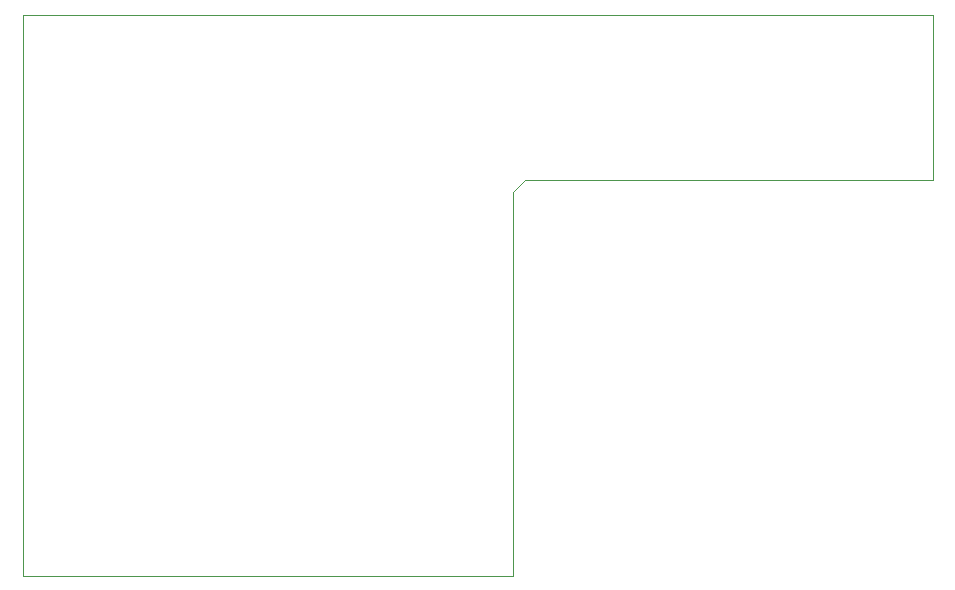
<source format=gbr>
G04 #@! TF.GenerationSoftware,KiCad,Pcbnew,(5.1.2)-2*
G04 #@! TF.CreationDate,2019-11-30T13:10:44+01:00*
G04 #@! TF.ProjectId,bikehub,62696b65-6875-4622-9e6b-696361645f70,rev?*
G04 #@! TF.SameCoordinates,Original*
G04 #@! TF.FileFunction,Profile,NP*
%FSLAX46Y46*%
G04 Gerber Fmt 4.6, Leading zero omitted, Abs format (unit mm)*
G04 Created by KiCad (PCBNEW (5.1.2)-2) date 2019-11-30 13:10:44*
%MOMM*%
%LPD*%
G04 APERTURE LIST*
%ADD10C,0.050000*%
G04 APERTURE END LIST*
D10*
X125500000Y-52000000D02*
X48500000Y-52000000D01*
X125500000Y-66000000D02*
X125500000Y-52000000D01*
X91000000Y-66000000D02*
X125500000Y-66000000D01*
X90000000Y-67000000D02*
X91000000Y-66000000D01*
X90000000Y-99500000D02*
X90000000Y-67000000D01*
X48500000Y-99500000D02*
X90000000Y-99500000D01*
X48500000Y-52000000D02*
X48500000Y-99500000D01*
M02*

</source>
